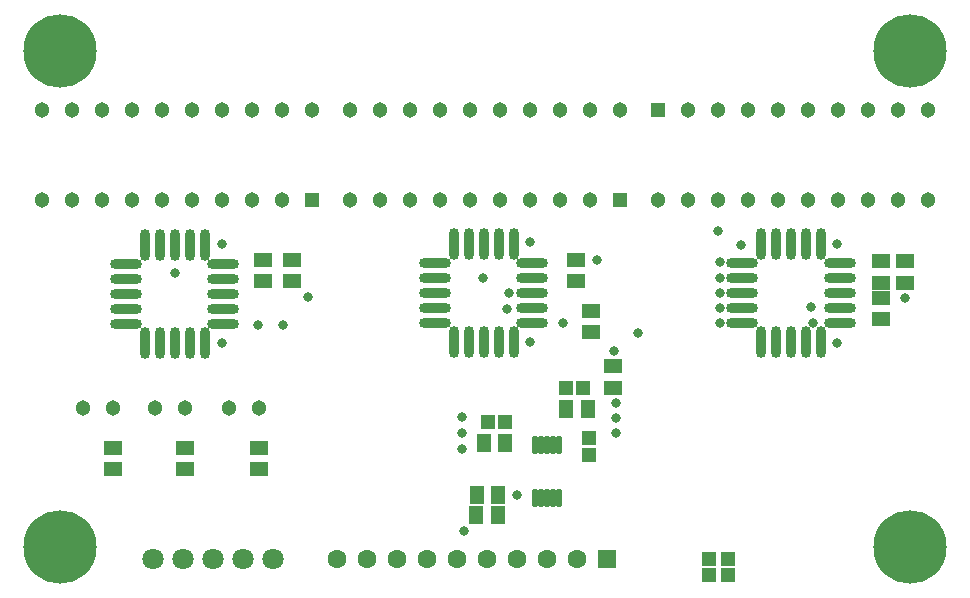
<source format=gts>
G04*
G04 #@! TF.GenerationSoftware,Altium Limited,Altium Designer,18.1.11 (251)*
G04*
G04 Layer_Color=8388736*
%FSLAX25Y25*%
%MOIN*%
G70*
G01*
G75*
%ADD22O,0.10642X0.03359*%
%ADD23O,0.03359X0.10642*%
%ADD24O,0.02178X0.06115*%
%ADD25R,0.04737X0.06115*%
%ADD26R,0.04540X0.05131*%
%ADD27R,0.05131X0.04540*%
%ADD28R,0.06115X0.04737*%
%ADD29R,0.05131X0.05131*%
%ADD30C,0.05131*%
%ADD31C,0.06304*%
%ADD32R,0.06304X0.06304*%
%ADD33C,0.07099*%
%ADD34C,0.24422*%
%ADD35C,0.03162*%
D22*
X275689Y90492D02*
D03*
Y95492D02*
D03*
Y100492D02*
D03*
Y105492D02*
D03*
Y110492D02*
D03*
X243209D02*
D03*
Y105492D02*
D03*
Y100492D02*
D03*
Y95492D02*
D03*
Y90492D02*
D03*
X37815Y90098D02*
D03*
Y95098D02*
D03*
Y100098D02*
D03*
Y105098D02*
D03*
Y110098D02*
D03*
X70295D02*
D03*
Y105098D02*
D03*
Y100098D02*
D03*
Y95098D02*
D03*
Y90098D02*
D03*
X173327Y90492D02*
D03*
Y95492D02*
D03*
Y100492D02*
D03*
Y105492D02*
D03*
Y110492D02*
D03*
X140847D02*
D03*
Y105492D02*
D03*
Y100492D02*
D03*
Y95492D02*
D03*
Y90492D02*
D03*
D23*
X269449Y116732D02*
D03*
X264449D02*
D03*
X259449D02*
D03*
X254449D02*
D03*
X249449D02*
D03*
Y84252D02*
D03*
X254449D02*
D03*
X259449D02*
D03*
X264449D02*
D03*
X269449D02*
D03*
X64055Y83858D02*
D03*
X59055D02*
D03*
X54055D02*
D03*
X49055D02*
D03*
X44055D02*
D03*
Y116339D02*
D03*
X49055D02*
D03*
X54055D02*
D03*
X59055D02*
D03*
X64055D02*
D03*
X167087Y116732D02*
D03*
X162087D02*
D03*
X157087D02*
D03*
X152087D02*
D03*
X147087D02*
D03*
Y84252D02*
D03*
X152087D02*
D03*
X157087D02*
D03*
X162087D02*
D03*
X167087D02*
D03*
D24*
X174227Y31988D02*
D03*
X176196D02*
D03*
X178164D02*
D03*
X180132D02*
D03*
X182101D02*
D03*
X174227Y49902D02*
D03*
X176196D02*
D03*
X178164D02*
D03*
X180132D02*
D03*
X182101D02*
D03*
D25*
X154621Y26378D02*
D03*
X161707D02*
D03*
X154724Y33071D02*
D03*
X161811D02*
D03*
X164173Y50394D02*
D03*
X157087D02*
D03*
X184646Y61811D02*
D03*
X191732D02*
D03*
D26*
X192126Y46457D02*
D03*
Y51968D02*
D03*
X232283Y6299D02*
D03*
Y11811D02*
D03*
X238583Y6299D02*
D03*
Y11811D02*
D03*
D27*
X158661Y57480D02*
D03*
X164173D02*
D03*
X190157Y68898D02*
D03*
X184646D02*
D03*
D28*
X33465Y41732D02*
D03*
Y48819D02*
D03*
X57480Y41732D02*
D03*
Y48819D02*
D03*
X82047Y48819D02*
D03*
Y41732D02*
D03*
X289370Y98819D02*
D03*
Y91732D02*
D03*
Y111024D02*
D03*
Y103937D02*
D03*
X297638Y103937D02*
D03*
Y111024D02*
D03*
X200330Y75984D02*
D03*
Y68898D02*
D03*
X192913Y94488D02*
D03*
Y87402D02*
D03*
X187795Y111417D02*
D03*
Y104331D02*
D03*
X83465Y104331D02*
D03*
Y111417D02*
D03*
X93307D02*
D03*
Y104331D02*
D03*
D29*
X215118Y161417D02*
D03*
X99843Y131417D02*
D03*
X202480D02*
D03*
D30*
X225118Y161417D02*
D03*
X235118D02*
D03*
X245118D02*
D03*
X255118D02*
D03*
X265118D02*
D03*
X275118D02*
D03*
X285118D02*
D03*
X295118D02*
D03*
X305118D02*
D03*
X215118Y131417D02*
D03*
X225118D02*
D03*
X235118D02*
D03*
X245118D02*
D03*
X255118D02*
D03*
X265118D02*
D03*
X275118D02*
D03*
X285118D02*
D03*
X295118D02*
D03*
X305118D02*
D03*
X9843Y161417D02*
D03*
X19842D02*
D03*
X29842D02*
D03*
X39843D02*
D03*
X49843D02*
D03*
X59842D02*
D03*
X69842D02*
D03*
X79843D02*
D03*
X89842D02*
D03*
X99843D02*
D03*
X9843Y131417D02*
D03*
X19842D02*
D03*
X29842D02*
D03*
X39843D02*
D03*
X49843D02*
D03*
X59842D02*
D03*
X69842D02*
D03*
X79843D02*
D03*
X89842D02*
D03*
X23622Y62205D02*
D03*
X33622D02*
D03*
X57638D02*
D03*
X47638D02*
D03*
X72047D02*
D03*
X82047D02*
D03*
X112480Y161417D02*
D03*
X122480D02*
D03*
X132480D02*
D03*
X142480D02*
D03*
X152480D02*
D03*
X162480D02*
D03*
X172480D02*
D03*
X182480D02*
D03*
X192480D02*
D03*
X202480D02*
D03*
X112480Y131417D02*
D03*
X122480D02*
D03*
X132480D02*
D03*
X142480D02*
D03*
X152480D02*
D03*
X162480D02*
D03*
X172480D02*
D03*
X182480D02*
D03*
X192480D02*
D03*
D31*
X108164Y11811D02*
D03*
X118164D02*
D03*
X128164D02*
D03*
X138164D02*
D03*
X148164D02*
D03*
X158164D02*
D03*
X168164D02*
D03*
X178164D02*
D03*
X188164D02*
D03*
D32*
X198164D02*
D03*
D33*
X86693D02*
D03*
X76693D02*
D03*
X46693D02*
D03*
X66693D02*
D03*
X56693D02*
D03*
D34*
X15748Y15748D02*
D03*
Y181102D02*
D03*
X299213D02*
D03*
Y15748D02*
D03*
D35*
X297638Y98819D02*
D03*
X200394Y81102D02*
D03*
X235039Y121260D02*
D03*
X242913Y116535D02*
D03*
X235827Y90492D02*
D03*
Y95492D02*
D03*
Y100492D02*
D03*
Y105492D02*
D03*
Y110630D02*
D03*
X81890Y89764D02*
D03*
X168110Y33071D02*
D03*
X150394Y21260D02*
D03*
X98573Y99065D02*
D03*
X69685Y116929D02*
D03*
Y83858D02*
D03*
X172441Y117323D02*
D03*
Y84252D02*
D03*
X274803Y116929D02*
D03*
Y83858D02*
D03*
X90158Y89764D02*
D03*
X156693Y105512D02*
D03*
X54055Y106968D02*
D03*
X165354Y100394D02*
D03*
X164961Y95276D02*
D03*
X183465Y90551D02*
D03*
X208661Y87008D02*
D03*
X266142Y95669D02*
D03*
X150000Y48425D02*
D03*
Y53740D02*
D03*
Y59055D02*
D03*
X201181Y53937D02*
D03*
Y58793D02*
D03*
Y63648D02*
D03*
X266870Y90492D02*
D03*
X194882Y111417D02*
D03*
M02*

</source>
